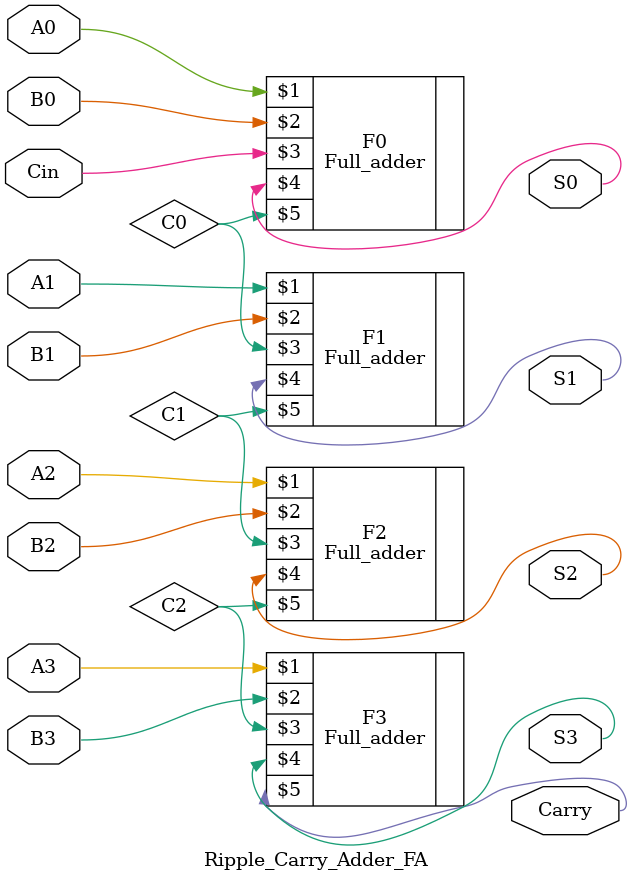
<source format=v>
module Ripple_Carry_Adder_FA(input A0,B0,A1,B1,A2,B2,A3,B3,Cin, output S0,S1,S2,S3,Carry);
  wire C0,C1,C2;
/////Instantiation

 Full_adder F0(A0,B0,Cin,S0,C0);
 Full_adder F1(A1,B1,C0,S1,C1);
 Full_adder F2(A2,B2,C1,S2,C2);
 Full_adder F3(A3,B3,C2,S3,Carry);
 
 endmodule
</source>
